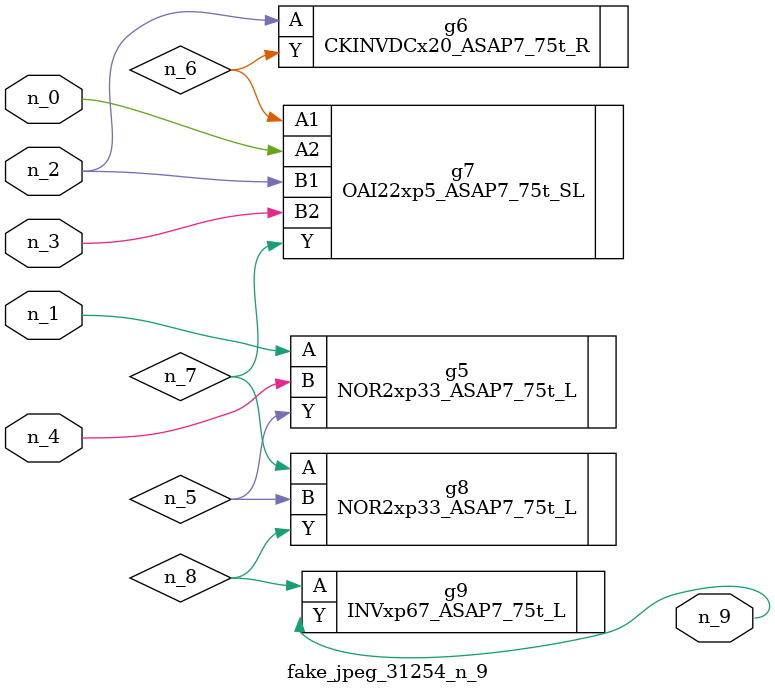
<source format=v>
module fake_jpeg_31254_n_9 (n_3, n_2, n_1, n_0, n_4, n_9);

input n_3;
input n_2;
input n_1;
input n_0;
input n_4;

output n_9;

wire n_8;
wire n_6;
wire n_5;
wire n_7;

NOR2xp33_ASAP7_75t_L g5 ( 
.A(n_1),
.B(n_4),
.Y(n_5)
);

CKINVDCx20_ASAP7_75t_R g6 ( 
.A(n_2),
.Y(n_6)
);

OAI22xp5_ASAP7_75t_SL g7 ( 
.A1(n_6),
.A2(n_0),
.B1(n_2),
.B2(n_3),
.Y(n_7)
);

NOR2xp33_ASAP7_75t_L g8 ( 
.A(n_7),
.B(n_5),
.Y(n_8)
);

INVxp67_ASAP7_75t_L g9 ( 
.A(n_8),
.Y(n_9)
);


endmodule
</source>
